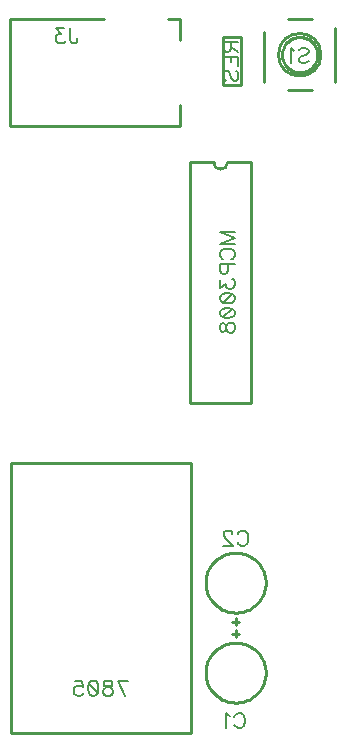
<source format=gbr>
G04 DipTrace 3.2.0.1*
G04 BottomSilk.gbr*
%MOMM*%
G04 #@! TF.FileFunction,Legend,Bot*
G04 #@! TF.Part,Single*
%ADD10C,0.25*%
%ADD62C,0.19608*%
%FSLAX35Y35*%
G04*
G71*
G90*
G75*
G01*
G04 BotSilk*
%LPD*%
X2981023Y2599898D2*
D10*
X2920977D1*
X2951000Y2629918D2*
Y2569940D1*
X2697000Y2269925D2*
X2697619Y2287637D1*
X2699472Y2305263D1*
X2702551Y2322716D1*
X2706840Y2339913D1*
X2712318Y2356768D1*
X2718959Y2373200D1*
X2726731Y2389129D1*
X2735596Y2404477D1*
X2745510Y2419170D1*
X2756425Y2433136D1*
X2768288Y2446306D1*
X2781041Y2458618D1*
X2794622Y2470010D1*
X2808965Y2480427D1*
X2824000Y2489818D1*
X2839654Y2498139D1*
X2855850Y2505347D1*
X2872510Y2511409D1*
X2889552Y2516294D1*
X2906893Y2519978D1*
X2924450Y2522445D1*
X2942136Y2523681D1*
X2959864D1*
X2977550Y2522445D1*
X2995107Y2519978D1*
X3012448Y2516294D1*
X3029490Y2511409D1*
X3046150Y2505347D1*
X3062346Y2498139D1*
X3078000Y2489818D1*
X3093035Y2480427D1*
X3107378Y2470010D1*
X3120959Y2458618D1*
X3133712Y2446306D1*
X3145575Y2433136D1*
X3156490Y2419170D1*
X3166404Y2404477D1*
X3175269Y2389129D1*
X3183041Y2373200D1*
X3189682Y2356768D1*
X3195160Y2339913D1*
X3199449Y2322716D1*
X3202528Y2305263D1*
X3204381Y2287637D1*
X3205000Y2269925D1*
X3204381Y2252214D1*
X3202528Y2234588D1*
X3199449Y2217134D1*
X3195160Y2199938D1*
X3189682Y2183083D1*
X3183041Y2166651D1*
X3175269Y2150722D1*
X3166404Y2135373D1*
X3156490Y2120681D1*
X3145575Y2106715D1*
X3133712Y2093544D1*
X3120959Y2081233D1*
X3107378Y2069841D1*
X3093035Y2059424D1*
X3078000Y2050033D1*
X3062346Y2041712D1*
X3046150Y2034504D1*
X3029490Y2028442D1*
X3012448Y2023557D1*
X2995107Y2019872D1*
X2977550Y2017406D1*
X2959864Y2016170D1*
X2942136D1*
X2924450Y2017406D1*
X2906893Y2019872D1*
X2889552Y2023557D1*
X2872510Y2028442D1*
X2855850Y2034504D1*
X2839654Y2041712D1*
X2824000Y2050033D1*
X2808965Y2059424D1*
X2794622Y2069841D1*
X2781041Y2081233D1*
X2768288Y2093544D1*
X2756425Y2106715D1*
X2745510Y2120681D1*
X2735596Y2135373D1*
X2726731Y2150722D1*
X2718959Y2166651D1*
X2712318Y2183083D1*
X2706840Y2199938D1*
X2702551Y2217134D1*
X2699472Y2234588D1*
X2697619Y2252214D1*
X2697000Y2269925D1*
X2920977Y2702102D2*
X2981023D1*
X2951000Y2672082D2*
Y2732060D1*
X2697000Y3032075D2*
X2697619Y3049786D1*
X2699472Y3067412D1*
X2702551Y3084866D1*
X2706840Y3102062D1*
X2712318Y3118917D1*
X2718959Y3135349D1*
X2726731Y3151278D1*
X2735596Y3166627D1*
X2745510Y3181319D1*
X2756425Y3195285D1*
X2768288Y3208456D1*
X2781041Y3220767D1*
X2794622Y3232159D1*
X2808965Y3242576D1*
X2824000Y3251967D1*
X2839654Y3260288D1*
X2855850Y3267496D1*
X2872510Y3273558D1*
X2889552Y3278443D1*
X2906893Y3282128D1*
X2924450Y3284594D1*
X2942136Y3285830D1*
X2959864D1*
X2977550Y3284594D1*
X2995107Y3282128D1*
X3012448Y3278443D1*
X3029490Y3273558D1*
X3046150Y3267496D1*
X3062346Y3260288D1*
X3078000Y3251967D1*
X3093035Y3242576D1*
X3107378Y3232159D1*
X3120959Y3220767D1*
X3133712Y3208456D1*
X3145575Y3195285D1*
X3156490Y3181319D1*
X3166404Y3166627D1*
X3175269Y3151278D1*
X3183041Y3135349D1*
X3189682Y3118917D1*
X3195160Y3102062D1*
X3199449Y3084866D1*
X3202528Y3067412D1*
X3204381Y3049786D1*
X3205000Y3032075D1*
X3204381Y3014363D1*
X3202528Y2996737D1*
X3199449Y2979284D1*
X3195160Y2962087D1*
X3189682Y2945232D1*
X3183041Y2928800D1*
X3175269Y2912871D1*
X3166404Y2897523D1*
X3156490Y2882830D1*
X3145575Y2868864D1*
X3133712Y2855694D1*
X3120959Y2843382D1*
X3107378Y2831990D1*
X3093035Y2821573D1*
X3078000Y2812182D1*
X3062346Y2803861D1*
X3046150Y2796653D1*
X3029490Y2790591D1*
X3012448Y2785706D1*
X2995107Y2782022D1*
X2977550Y2779555D1*
X2959864Y2778319D1*
X2942136D1*
X2924450Y2779555D1*
X2906893Y2782022D1*
X2889552Y2785706D1*
X2872510Y2790591D1*
X2855850Y2796653D1*
X2839654Y2803861D1*
X2824000Y2812182D1*
X2808965Y2821573D1*
X2794622Y2831990D1*
X2781041Y2843382D1*
X2768288Y2855694D1*
X2756425Y2868864D1*
X2745510Y2882830D1*
X2735596Y2897523D1*
X2726731Y2912871D1*
X2718959Y2928800D1*
X2712318Y2945232D1*
X2706840Y2962087D1*
X2702551Y2979284D1*
X2699472Y2996737D1*
X2697619Y3014363D1*
X2697000Y3032075D1*
X1038000Y6900000D2*
Y7800048D1*
X1837974D1*
X2378052D2*
X2478012D1*
Y7625016D1*
Y7075032D2*
Y6900000D1*
X1038000D1*
X2843050Y7648831D2*
X2995450D1*
X2843050Y7241669D2*
Y7648831D1*
Y7241669D2*
X2995450D1*
Y7648831D1*
X3313514Y7501250D2*
G02X3313514Y7501250I179986J0D01*
G01*
X3793518Y7731260D2*
Y7271240D1*
X3593568Y7201212D2*
X3393494D1*
X3193482Y7271240D2*
Y7691244D1*
X3393494Y7801288D2*
X3593568D1*
X3343522Y7501250D2*
X3343887Y7511712D1*
X3344982Y7522123D1*
X3346800Y7532432D1*
X3349333Y7542590D1*
X3352569Y7552545D1*
X3356491Y7562252D1*
X3361081Y7571660D1*
X3366316Y7580726D1*
X3372171Y7589405D1*
X3378617Y7597654D1*
X3385624Y7605433D1*
X3393155Y7612705D1*
X3401176Y7619434D1*
X3409647Y7625587D1*
X3418527Y7631135D1*
X3427771Y7636049D1*
X3437337Y7640307D1*
X3447176Y7643888D1*
X3457241Y7646773D1*
X3467482Y7648949D1*
X3477851Y7650406D1*
X3488296Y7651137D1*
X3498766D1*
X3509211Y7650406D1*
X3519580Y7648949D1*
X3529821Y7646773D1*
X3539886Y7643888D1*
X3549725Y7640307D1*
X3559291Y7636049D1*
X3568536Y7631135D1*
X3577415Y7625587D1*
X3585886Y7619434D1*
X3593907Y7612705D1*
X3601438Y7605433D1*
X3608445Y7597654D1*
X3614891Y7589405D1*
X3620746Y7580726D1*
X3625981Y7571660D1*
X3630571Y7562252D1*
X3634493Y7552545D1*
X3637729Y7542590D1*
X3640262Y7532432D1*
X3642080Y7522123D1*
X3643175Y7511712D1*
X3643540Y7501250D1*
X3643175Y7490788D1*
X3642080Y7480377D1*
X3640262Y7470068D1*
X3637729Y7459910D1*
X3634493Y7449955D1*
X3630571Y7440248D1*
X3625981Y7430840D1*
X3620746Y7421774D1*
X3614891Y7413095D1*
X3608445Y7404846D1*
X3601438Y7397067D1*
X3593907Y7389795D1*
X3585886Y7383066D1*
X3577415Y7376913D1*
X3568536Y7371365D1*
X3559291Y7366451D1*
X3549725Y7362193D1*
X3539886Y7358612D1*
X3529821Y7355727D1*
X3519580Y7353551D1*
X3509211Y7352094D1*
X3498766Y7351363D1*
X3488296D1*
X3477851Y7352094D1*
X3467482Y7353551D1*
X3457241Y7355727D1*
X3447176Y7358612D1*
X3437337Y7362193D1*
X3427771Y7366451D1*
X3418527Y7371365D1*
X3409647Y7376913D1*
X3401176Y7383066D1*
X3393155Y7389795D1*
X3385624Y7397067D1*
X3378617Y7404846D1*
X3372171Y7413095D1*
X3366316Y7421774D1*
X3361081Y7430840D1*
X3356491Y7440248D1*
X3352569Y7449955D1*
X3349333Y7459910D1*
X3346800Y7470068D1*
X3344982Y7480377D1*
X3343887Y7490788D1*
X3343522Y7501250D1*
X2563989Y6592000D2*
Y4552000D1*
X3084011D2*
X2563989D1*
X3084011Y6592000D2*
Y4552000D1*
Y6592000D2*
X2884010D1*
X2563989D2*
X2763990D1*
X2884010D2*
G02X2763990Y6592000I-60010J34D01*
G01*
X2570000Y4048000D2*
X1046000D1*
Y1762000D1*
X2570000D1*
Y4048000D1*
X2940285Y1896582D2*
D62*
X2946321Y1908655D1*
X2958535Y1920868D1*
X2970608Y1926905D1*
X2994894D1*
X3007108Y1920868D1*
X3019181Y1908655D1*
X3025358Y1896582D1*
X3031394Y1878332D1*
Y1847868D1*
X3025358Y1829759D1*
X3019181Y1817545D1*
X3007108Y1805472D1*
X2994894Y1799295D1*
X2970608D1*
X2958535Y1805472D1*
X2946321Y1817545D1*
X2940285Y1829759D1*
X2901069Y1902478D2*
X2888856Y1908655D1*
X2870606Y1926765D1*
Y1799295D1*
X2967590Y3441649D2*
X2973626Y3453722D1*
X2985840Y3465935D1*
X2997913Y3471972D1*
X3022199D1*
X3034413Y3465935D1*
X3046486Y3453722D1*
X3052663Y3441649D1*
X3058699Y3423399D1*
Y3392935D1*
X3052663Y3374825D1*
X3046486Y3362612D1*
X3034413Y3350539D1*
X3022199Y3344362D1*
X2997913D1*
X2985840Y3350539D1*
X2973626Y3362612D1*
X2967590Y3374825D1*
X2922197Y3441508D2*
Y3447545D1*
X2916160Y3459758D1*
X2910124Y3465795D1*
X2897910Y3471831D1*
X2873624D1*
X2861551Y3465795D1*
X2855514Y3459758D1*
X2849337Y3447545D1*
Y3435472D1*
X2855514Y3423258D1*
X2867587Y3405149D1*
X2928374Y3344362D1*
X2843301D1*
X1550751Y7724987D2*
Y7627840D1*
X1556788Y7609590D1*
X1562965Y7603554D1*
X1575038Y7597377D1*
X1587251D1*
X1599324Y7603554D1*
X1605361Y7609590D1*
X1611538Y7627840D1*
Y7639914D1*
X1499322Y7724846D2*
X1432639D1*
X1468999Y7676273D1*
X1450749D1*
X1438676Y7670237D1*
X1432639Y7664200D1*
X1426462Y7645950D1*
Y7633877D1*
X1432639Y7615627D1*
X1444712Y7603414D1*
X1462962Y7597377D1*
X1481212D1*
X1499322Y7603414D1*
X1505359Y7609590D1*
X1511535Y7621664D1*
X2908350Y7608987D2*
Y7554377D1*
X2902173Y7536127D1*
X2896137Y7529950D1*
X2884064Y7523914D1*
X2871850D1*
X2859777Y7529950D1*
X2853600Y7536127D1*
X2847564Y7554377D1*
Y7608987D1*
X2975173D1*
X2908350Y7566450D2*
X2975173Y7523914D1*
X2847564Y7405802D2*
Y7484698D1*
X2975173D1*
Y7405802D1*
X2908350Y7484698D2*
Y7436125D1*
X2865813Y7281513D2*
X2853600Y7293587D1*
X2847563Y7311837D1*
Y7336123D1*
X2853600Y7354373D1*
X2865814Y7366586D1*
X2877887D1*
X2890100Y7360410D1*
X2896137Y7354373D1*
X2902173Y7342300D1*
X2914387Y7305800D1*
X2920423Y7293587D1*
X2926600Y7287550D1*
X2938673Y7281513D1*
X2956923D1*
X2968996Y7293587D1*
X2975173Y7311836D1*
Y7336123D1*
X2968996Y7354373D1*
X2956923Y7366586D1*
X3485803Y7539237D2*
X3497876Y7551450D1*
X3516126Y7557487D1*
X3540413D1*
X3558663Y7551450D1*
X3570876Y7539237D1*
Y7527164D1*
X3564699Y7514950D1*
X3558663Y7508914D1*
X3546590Y7502877D1*
X3510090Y7490664D1*
X3497876Y7484627D1*
X3491840Y7478450D1*
X3485803Y7466377D1*
Y7448127D1*
X3497876Y7436054D1*
X3516126Y7429877D1*
X3540413D1*
X3558663Y7436054D1*
X3570876Y7448127D1*
X3446587Y7533060D2*
X3434374Y7539237D1*
X3416124Y7557346D1*
Y7429877D1*
X2944623Y5899241D2*
X2817013D1*
X2944623Y5947814D1*
X2817013Y5996387D1*
X2944623D1*
X2847337Y5768916D2*
X2835263Y5774953D1*
X2823050Y5787166D1*
X2817013Y5799239D1*
Y5823526D1*
X2823050Y5835739D1*
X2835263Y5847812D1*
X2847337Y5853989D1*
X2865587Y5860026D1*
X2896050D1*
X2914160Y5853989D1*
X2926373Y5847812D1*
X2938446Y5835739D1*
X2944623Y5823526D1*
Y5799239D1*
X2938446Y5787166D1*
X2926373Y5774953D1*
X2914160Y5768916D1*
X2883837Y5729700D2*
Y5674950D1*
X2877800Y5656841D1*
X2871623Y5650664D1*
X2859550Y5644627D1*
X2841300D1*
X2829227Y5650664D1*
X2823050Y5656841D1*
X2817013Y5674950D1*
Y5729700D1*
X2944623D1*
X2817154Y5593198D2*
Y5526515D1*
X2865727Y5562875D1*
Y5544625D1*
X2871763Y5532552D1*
X2877800Y5526515D1*
X2896050Y5520338D1*
X2908123D1*
X2926373Y5526515D1*
X2938587Y5538588D1*
X2944623Y5556838D1*
Y5575088D1*
X2938587Y5593198D1*
X2932410Y5599235D1*
X2920337Y5605412D1*
X2817154Y5444623D2*
X2823190Y5462873D1*
X2841440Y5475086D1*
X2871763Y5481123D1*
X2890013D1*
X2920337Y5475086D1*
X2938587Y5462873D1*
X2944623Y5444623D1*
Y5432550D1*
X2938587Y5414300D1*
X2920337Y5402227D1*
X2890014Y5396050D1*
X2871764D1*
X2841440Y5402227D1*
X2823190Y5414300D1*
X2817154Y5432550D1*
Y5444623D1*
X2841440Y5402227D2*
X2920337Y5475086D1*
X2817154Y5320334D2*
X2823190Y5338584D1*
X2841440Y5350798D1*
X2871764Y5356834D1*
X2890014D1*
X2920337Y5350798D1*
X2938587Y5338584D1*
X2944623Y5320334D1*
Y5308261D1*
X2938587Y5290011D1*
X2920337Y5277938D1*
X2890014Y5271761D1*
X2871764D1*
X2841440Y5277938D1*
X2823190Y5290011D1*
X2817154Y5308261D1*
Y5320334D1*
X2841440Y5277938D2*
X2920337Y5350798D1*
X2817154Y5202222D2*
X2823190Y5220332D1*
X2835264Y5226509D1*
X2847477D1*
X2859550Y5220332D1*
X2865727Y5208259D1*
X2871763Y5183972D1*
X2877800Y5165722D1*
X2890013Y5153649D1*
X2902086Y5147613D1*
X2920336D1*
X2932410Y5153649D1*
X2938587Y5159686D1*
X2944623Y5177936D1*
Y5202222D1*
X2938587Y5220332D1*
X2932410Y5226509D1*
X2920337Y5232545D1*
X2902087D1*
X2890014Y5226509D1*
X2877800Y5214295D1*
X2871764Y5196186D1*
X2865727Y5171899D1*
X2859550Y5159686D1*
X2847477Y5153649D1*
X2835263D1*
X2823190Y5159686D1*
X2817154Y5177936D1*
Y5202222D1*
X2012613Y2074377D2*
X1951826Y2201846D1*
X2036899D1*
X1882288D2*
X1900397Y2195810D1*
X1906574Y2183737D1*
Y2171523D1*
X1900397Y2159450D1*
X1888324Y2153273D1*
X1864038Y2147237D1*
X1845788Y2141200D1*
X1833715Y2128987D1*
X1827678Y2116914D1*
Y2098664D1*
X1833715Y2086590D1*
X1839751Y2080414D1*
X1858001Y2074377D1*
X1882288D1*
X1900397Y2080414D1*
X1906574Y2086590D1*
X1912611Y2098664D1*
Y2116914D1*
X1906574Y2128987D1*
X1894361Y2141200D1*
X1876251Y2147237D1*
X1851965Y2153273D1*
X1839751Y2159450D1*
X1833715Y2171523D1*
Y2183737D1*
X1839751Y2195810D1*
X1858001Y2201846D1*
X1882288D1*
X1751962D2*
X1770212Y2195810D1*
X1782426Y2177560D1*
X1788462Y2147237D1*
Y2128987D1*
X1782426Y2098664D1*
X1770212Y2080414D1*
X1751962Y2074377D1*
X1739889D1*
X1721639Y2080414D1*
X1709566Y2098664D1*
X1703389Y2128987D1*
Y2147237D1*
X1709566Y2177560D1*
X1721639Y2195810D1*
X1739889Y2201846D1*
X1751962D1*
X1709566Y2177560D2*
X1782426Y2098664D1*
X1591314Y2201846D2*
X1651960D1*
X1657997Y2147237D1*
X1651960Y2153273D1*
X1633710Y2159450D1*
X1615601D1*
X1597351Y2153273D1*
X1585137Y2141200D1*
X1579101Y2122950D1*
Y2110877D1*
X1585137Y2092627D1*
X1597351Y2080414D1*
X1615601Y2074377D1*
X1633710D1*
X1651960Y2080414D1*
X1657997Y2086590D1*
X1664174Y2098664D1*
M02*

</source>
